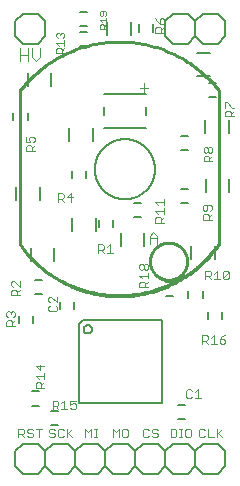
<source format=gto>
G75*
%MOIN*%
%OFA0B0*%
%FSLAX25Y25*%
%IPPOS*%
%LPD*%
%AMOC8*
5,1,8,0,0,1.08239X$1,22.5*
%
%ADD10C,0.00400*%
%ADD11C,0.00300*%
%ADD12C,0.01000*%
%ADD13C,0.00600*%
%ADD14C,0.00800*%
%ADD15C,0.00500*%
%ADD16C,0.00200*%
D10*
X0049068Y0131397D02*
X0049068Y0134133D01*
X0047700Y0132765D02*
X0050436Y0132765D01*
X0014579Y0143081D02*
X0014579Y0145817D01*
X0014579Y0143081D02*
X0013211Y0141713D01*
X0011844Y0143081D01*
X0011844Y0145817D01*
X0010436Y0145817D02*
X0010436Y0141713D01*
X0010436Y0143765D02*
X0007700Y0143765D01*
X0007700Y0141713D02*
X0007700Y0145817D01*
D11*
X0009820Y0116431D02*
X0009820Y0114497D01*
X0011271Y0114497D01*
X0010787Y0115464D01*
X0010787Y0115948D01*
X0011271Y0116431D01*
X0012238Y0116431D01*
X0012722Y0115948D01*
X0012722Y0114980D01*
X0012238Y0114497D01*
X0012722Y0113485D02*
X0011755Y0112517D01*
X0011755Y0113001D02*
X0011755Y0111550D01*
X0012722Y0111550D02*
X0009820Y0111550D01*
X0009820Y0113001D01*
X0010303Y0113485D01*
X0011271Y0113485D01*
X0011755Y0113001D01*
X0020454Y0097558D02*
X0021905Y0097558D01*
X0022389Y0097074D01*
X0022389Y0096106D01*
X0021905Y0095623D01*
X0020454Y0095623D01*
X0020454Y0094655D02*
X0020454Y0097558D01*
X0021421Y0095623D02*
X0022389Y0094655D01*
X0023400Y0096106D02*
X0025335Y0096106D01*
X0024852Y0094655D02*
X0024852Y0097558D01*
X0023400Y0096106D01*
X0033798Y0080517D02*
X0033798Y0077614D01*
X0033798Y0078582D02*
X0035249Y0078582D01*
X0035733Y0079065D01*
X0035733Y0080033D01*
X0035249Y0080517D01*
X0033798Y0080517D01*
X0034765Y0078582D02*
X0035733Y0077614D01*
X0036744Y0077614D02*
X0038679Y0077614D01*
X0037712Y0077614D02*
X0037712Y0080517D01*
X0036744Y0079549D01*
X0047598Y0073508D02*
X0047598Y0072540D01*
X0048081Y0072056D01*
X0048565Y0072056D01*
X0049049Y0072540D01*
X0049049Y0073508D01*
X0049533Y0073991D01*
X0050016Y0073991D01*
X0050500Y0073508D01*
X0050500Y0072540D01*
X0050016Y0072056D01*
X0049533Y0072056D01*
X0049049Y0072540D01*
X0049049Y0073508D02*
X0048565Y0073991D01*
X0048081Y0073991D01*
X0047598Y0073508D01*
X0047598Y0070077D02*
X0050500Y0070077D01*
X0050500Y0069110D02*
X0050500Y0071045D01*
X0050500Y0068098D02*
X0049533Y0067131D01*
X0049533Y0067615D02*
X0049533Y0066163D01*
X0050500Y0066163D02*
X0047598Y0066163D01*
X0047598Y0067615D01*
X0048081Y0068098D01*
X0049049Y0068098D01*
X0049533Y0067615D01*
X0048565Y0069110D02*
X0047598Y0070077D01*
X0050950Y0080763D02*
X0050950Y0083232D01*
X0052184Y0084467D01*
X0053419Y0083232D01*
X0053419Y0080763D01*
X0053419Y0082615D02*
X0050950Y0082615D01*
X0052898Y0087663D02*
X0052898Y0089115D01*
X0053381Y0089598D01*
X0054349Y0089598D01*
X0054833Y0089115D01*
X0054833Y0087663D01*
X0055800Y0087663D02*
X0052898Y0087663D01*
X0054833Y0088631D02*
X0055800Y0089598D01*
X0055800Y0090610D02*
X0055800Y0092545D01*
X0055800Y0091577D02*
X0052898Y0091577D01*
X0053865Y0090610D01*
X0053865Y0093556D02*
X0052898Y0094524D01*
X0055800Y0094524D01*
X0055800Y0095491D02*
X0055800Y0093556D01*
X0068764Y0093164D02*
X0068764Y0092197D01*
X0069247Y0091713D01*
X0069731Y0091713D01*
X0070215Y0092197D01*
X0070215Y0093648D01*
X0071182Y0093648D02*
X0069247Y0093648D01*
X0068764Y0093164D01*
X0069247Y0090702D02*
X0070215Y0090702D01*
X0070699Y0090218D01*
X0070699Y0088767D01*
X0070699Y0089734D02*
X0071666Y0090702D01*
X0071182Y0091713D02*
X0071666Y0092197D01*
X0071666Y0093164D01*
X0071182Y0093648D01*
X0069247Y0090702D02*
X0068764Y0090218D01*
X0068764Y0088767D01*
X0071666Y0088767D01*
X0070978Y0071724D02*
X0069526Y0071724D01*
X0069526Y0068821D01*
X0069526Y0069789D02*
X0070978Y0069789D01*
X0071461Y0070272D01*
X0071461Y0071240D01*
X0070978Y0071724D01*
X0070494Y0069789D02*
X0071461Y0068821D01*
X0072473Y0068821D02*
X0074408Y0068821D01*
X0073440Y0068821D02*
X0073440Y0071724D01*
X0072473Y0070756D01*
X0075419Y0071240D02*
X0075419Y0069305D01*
X0077354Y0071240D01*
X0077354Y0069305D01*
X0076871Y0068821D01*
X0075903Y0068821D01*
X0075419Y0069305D01*
X0075419Y0071240D02*
X0075903Y0071724D01*
X0076871Y0071724D01*
X0077354Y0071240D01*
X0076238Y0050316D02*
X0075271Y0049832D01*
X0074303Y0048865D01*
X0075755Y0048865D01*
X0076238Y0048381D01*
X0076238Y0047897D01*
X0075755Y0047413D01*
X0074787Y0047413D01*
X0074303Y0047897D01*
X0074303Y0048865D01*
X0073292Y0047413D02*
X0071357Y0047413D01*
X0072324Y0047413D02*
X0072324Y0050316D01*
X0071357Y0049348D01*
X0070345Y0048865D02*
X0069862Y0048381D01*
X0068410Y0048381D01*
X0068410Y0047413D02*
X0068410Y0050316D01*
X0069862Y0050316D01*
X0070345Y0049832D01*
X0070345Y0048865D01*
X0069378Y0048381D02*
X0070345Y0047413D01*
X0067064Y0032116D02*
X0066097Y0031148D01*
X0065085Y0031632D02*
X0064601Y0032116D01*
X0063634Y0032116D01*
X0063150Y0031632D01*
X0063150Y0029697D01*
X0063634Y0029213D01*
X0064601Y0029213D01*
X0065085Y0029697D01*
X0066097Y0029213D02*
X0068031Y0029213D01*
X0067064Y0029213D02*
X0067064Y0032116D01*
X0067934Y0019066D02*
X0067450Y0018582D01*
X0067450Y0016647D01*
X0067934Y0016163D01*
X0068901Y0016163D01*
X0069385Y0016647D01*
X0070397Y0016163D02*
X0070397Y0019066D01*
X0069385Y0018582D02*
X0068901Y0019066D01*
X0067934Y0019066D01*
X0070397Y0016163D02*
X0072331Y0016163D01*
X0073343Y0016163D02*
X0073343Y0019066D01*
X0073827Y0017615D02*
X0075278Y0016163D01*
X0073343Y0017131D02*
X0075278Y0019066D01*
X0064796Y0018582D02*
X0064796Y0016647D01*
X0064312Y0016163D01*
X0063345Y0016163D01*
X0062861Y0016647D01*
X0062861Y0018582D01*
X0063345Y0019066D01*
X0064312Y0019066D01*
X0064796Y0018582D01*
X0061864Y0019066D02*
X0060897Y0019066D01*
X0061380Y0019066D02*
X0061380Y0016163D01*
X0060897Y0016163D02*
X0061864Y0016163D01*
X0059885Y0016647D02*
X0059885Y0018582D01*
X0059401Y0019066D01*
X0057950Y0019066D01*
X0057950Y0016163D01*
X0059401Y0016163D01*
X0059885Y0016647D01*
X0053631Y0016647D02*
X0053148Y0016163D01*
X0052180Y0016163D01*
X0051697Y0016647D01*
X0050685Y0016647D02*
X0050201Y0016163D01*
X0049234Y0016163D01*
X0048750Y0016647D01*
X0048750Y0018582D01*
X0049234Y0019066D01*
X0050201Y0019066D01*
X0050685Y0018582D01*
X0051697Y0018582D02*
X0051697Y0018098D01*
X0052180Y0017615D01*
X0053148Y0017615D01*
X0053631Y0017131D01*
X0053631Y0016647D01*
X0053631Y0018582D02*
X0053148Y0019066D01*
X0052180Y0019066D01*
X0051697Y0018582D01*
X0043731Y0018582D02*
X0043731Y0016647D01*
X0043248Y0016163D01*
X0042280Y0016163D01*
X0041797Y0016647D01*
X0041797Y0018582D01*
X0042280Y0019066D01*
X0043248Y0019066D01*
X0043731Y0018582D01*
X0040785Y0019066D02*
X0040785Y0016163D01*
X0039817Y0018098D02*
X0040785Y0019066D01*
X0039817Y0018098D02*
X0038850Y0019066D01*
X0038850Y0016163D01*
X0033464Y0016163D02*
X0032497Y0016163D01*
X0032980Y0016163D02*
X0032980Y0019066D01*
X0032497Y0019066D02*
X0033464Y0019066D01*
X0031485Y0019066D02*
X0031485Y0016163D01*
X0030517Y0018098D02*
X0031485Y0019066D01*
X0030517Y0018098D02*
X0029550Y0019066D01*
X0029550Y0016163D01*
X0025278Y0016163D02*
X0023827Y0017615D01*
X0023343Y0017131D02*
X0025278Y0019066D01*
X0023343Y0019066D02*
X0023343Y0016163D01*
X0022331Y0016647D02*
X0021848Y0016163D01*
X0020880Y0016163D01*
X0020397Y0016647D01*
X0020397Y0018582D01*
X0020880Y0019066D01*
X0021848Y0019066D01*
X0022331Y0018582D01*
X0019385Y0018582D02*
X0018901Y0019066D01*
X0017934Y0019066D01*
X0017450Y0018582D01*
X0017450Y0018098D01*
X0017934Y0017615D01*
X0018901Y0017615D01*
X0019385Y0017131D01*
X0019385Y0016647D01*
X0018901Y0016163D01*
X0017934Y0016163D01*
X0017450Y0016647D01*
X0015078Y0019066D02*
X0013143Y0019066D01*
X0012131Y0018582D02*
X0011648Y0019066D01*
X0010680Y0019066D01*
X0010197Y0018582D01*
X0010197Y0018098D01*
X0010680Y0017615D01*
X0011648Y0017615D01*
X0012131Y0017131D01*
X0012131Y0016647D01*
X0011648Y0016163D01*
X0010680Y0016163D01*
X0010197Y0016647D01*
X0009185Y0016163D02*
X0008217Y0017131D01*
X0008701Y0017131D02*
X0007250Y0017131D01*
X0007250Y0016163D02*
X0007250Y0019066D01*
X0008701Y0019066D01*
X0009185Y0018582D01*
X0009185Y0017615D01*
X0008701Y0017131D01*
X0014111Y0016163D02*
X0014111Y0019066D01*
X0018650Y0025513D02*
X0018650Y0028416D01*
X0020101Y0028416D01*
X0020585Y0027932D01*
X0020585Y0026965D01*
X0020101Y0026481D01*
X0018650Y0026481D01*
X0019617Y0026481D02*
X0020585Y0025513D01*
X0021597Y0025513D02*
X0023531Y0025513D01*
X0022564Y0025513D02*
X0022564Y0028416D01*
X0021597Y0027448D01*
X0024543Y0026965D02*
X0025511Y0027448D01*
X0025994Y0027448D01*
X0026478Y0026965D01*
X0026478Y0025997D01*
X0025994Y0025513D01*
X0025027Y0025513D01*
X0024543Y0025997D01*
X0024543Y0026965D02*
X0024543Y0028416D01*
X0026478Y0028416D01*
X0015900Y0032563D02*
X0012998Y0032563D01*
X0012998Y0034015D01*
X0013481Y0034498D01*
X0014449Y0034498D01*
X0014933Y0034015D01*
X0014933Y0032563D01*
X0014933Y0033531D02*
X0015900Y0034498D01*
X0015900Y0035510D02*
X0015900Y0037445D01*
X0015900Y0036477D02*
X0012998Y0036477D01*
X0013965Y0035510D01*
X0014449Y0038456D02*
X0014449Y0040391D01*
X0012998Y0039908D02*
X0014449Y0038456D01*
X0015900Y0039908D02*
X0012998Y0039908D01*
X0006074Y0053226D02*
X0003172Y0053226D01*
X0003172Y0054677D01*
X0003655Y0055161D01*
X0004623Y0055161D01*
X0005107Y0054677D01*
X0005107Y0053226D01*
X0005107Y0054193D02*
X0006074Y0055161D01*
X0005590Y0056172D02*
X0006074Y0056656D01*
X0006074Y0057623D01*
X0005590Y0058107D01*
X0005107Y0058107D01*
X0004623Y0057623D01*
X0004623Y0057140D01*
X0004623Y0057623D02*
X0004139Y0058107D01*
X0003655Y0058107D01*
X0003172Y0057623D01*
X0003172Y0056656D01*
X0003655Y0056172D01*
X0004824Y0063467D02*
X0004824Y0064918D01*
X0005307Y0065402D01*
X0006275Y0065402D01*
X0006759Y0064918D01*
X0006759Y0063467D01*
X0007726Y0063467D02*
X0004824Y0063467D01*
X0005307Y0066414D02*
X0004824Y0066897D01*
X0004824Y0067865D01*
X0005307Y0068349D01*
X0005791Y0068349D01*
X0007726Y0066414D01*
X0007726Y0068349D01*
X0007726Y0065402D02*
X0006759Y0064435D01*
X0017198Y0062561D02*
X0017198Y0061594D01*
X0017681Y0061110D01*
X0017681Y0060098D02*
X0017198Y0059615D01*
X0017198Y0058647D01*
X0017681Y0058163D01*
X0019616Y0058163D01*
X0020100Y0058647D01*
X0020100Y0059615D01*
X0019616Y0060098D01*
X0020100Y0061110D02*
X0018165Y0063045D01*
X0017681Y0063045D01*
X0017198Y0062561D01*
X0020100Y0063045D02*
X0020100Y0061110D01*
X0052879Y0150984D02*
X0052879Y0152435D01*
X0053363Y0152919D01*
X0054331Y0152919D01*
X0054814Y0152435D01*
X0054814Y0150984D01*
X0054814Y0151951D02*
X0055782Y0152919D01*
X0055298Y0153930D02*
X0055782Y0154414D01*
X0055782Y0155381D01*
X0055298Y0155865D01*
X0054814Y0155865D01*
X0054331Y0155381D01*
X0054331Y0153930D01*
X0055298Y0153930D01*
X0054331Y0153930D02*
X0053363Y0154898D01*
X0052879Y0155865D01*
X0052879Y0150984D02*
X0055782Y0150984D01*
X0069447Y0113007D02*
X0068964Y0112523D01*
X0068964Y0111556D01*
X0069447Y0111072D01*
X0069931Y0111072D01*
X0070415Y0111556D01*
X0070415Y0112523D01*
X0070899Y0113007D01*
X0071382Y0113007D01*
X0071866Y0112523D01*
X0071866Y0111556D01*
X0071382Y0111072D01*
X0070899Y0111072D01*
X0070415Y0111556D01*
X0070415Y0112523D02*
X0069931Y0113007D01*
X0069447Y0113007D01*
X0069447Y0110061D02*
X0070415Y0110061D01*
X0070899Y0109577D01*
X0070899Y0108126D01*
X0070899Y0109093D02*
X0071866Y0110061D01*
X0071866Y0108126D02*
X0068964Y0108126D01*
X0068964Y0109577D01*
X0069447Y0110061D01*
X0076156Y0123126D02*
X0076156Y0124577D01*
X0076640Y0125061D01*
X0077607Y0125061D01*
X0078091Y0124577D01*
X0078091Y0123126D01*
X0078091Y0124094D02*
X0079058Y0125061D01*
X0079058Y0126073D02*
X0078575Y0126073D01*
X0076640Y0128008D01*
X0076156Y0128008D01*
X0076156Y0126073D01*
X0076156Y0123126D02*
X0079058Y0123126D01*
D12*
X0073995Y0131807D02*
X0073995Y0080557D01*
X0051100Y0074813D02*
X0051102Y0074970D01*
X0051108Y0075127D01*
X0051118Y0075284D01*
X0051132Y0075440D01*
X0051150Y0075596D01*
X0051171Y0075752D01*
X0051197Y0075907D01*
X0051227Y0076061D01*
X0051260Y0076214D01*
X0051298Y0076367D01*
X0051339Y0076519D01*
X0051384Y0076669D01*
X0051433Y0076818D01*
X0051486Y0076966D01*
X0051542Y0077113D01*
X0051602Y0077258D01*
X0051666Y0077402D01*
X0051734Y0077543D01*
X0051805Y0077684D01*
X0051879Y0077822D01*
X0051957Y0077958D01*
X0052038Y0078093D01*
X0052123Y0078225D01*
X0052211Y0078355D01*
X0052303Y0078483D01*
X0052397Y0078608D01*
X0052495Y0078731D01*
X0052596Y0078852D01*
X0052700Y0078969D01*
X0052806Y0079085D01*
X0052916Y0079197D01*
X0053028Y0079307D01*
X0053144Y0079413D01*
X0053261Y0079517D01*
X0053382Y0079618D01*
X0053505Y0079716D01*
X0053630Y0079810D01*
X0053758Y0079902D01*
X0053888Y0079990D01*
X0054020Y0080075D01*
X0054155Y0080156D01*
X0054291Y0080234D01*
X0054429Y0080308D01*
X0054570Y0080379D01*
X0054711Y0080447D01*
X0054855Y0080511D01*
X0055000Y0080571D01*
X0055147Y0080627D01*
X0055295Y0080680D01*
X0055444Y0080729D01*
X0055594Y0080774D01*
X0055746Y0080815D01*
X0055899Y0080853D01*
X0056052Y0080886D01*
X0056206Y0080916D01*
X0056361Y0080942D01*
X0056517Y0080963D01*
X0056673Y0080981D01*
X0056829Y0080995D01*
X0056986Y0081005D01*
X0057143Y0081011D01*
X0057300Y0081013D01*
X0057457Y0081011D01*
X0057614Y0081005D01*
X0057771Y0080995D01*
X0057927Y0080981D01*
X0058083Y0080963D01*
X0058239Y0080942D01*
X0058394Y0080916D01*
X0058548Y0080886D01*
X0058701Y0080853D01*
X0058854Y0080815D01*
X0059006Y0080774D01*
X0059156Y0080729D01*
X0059305Y0080680D01*
X0059453Y0080627D01*
X0059600Y0080571D01*
X0059745Y0080511D01*
X0059889Y0080447D01*
X0060030Y0080379D01*
X0060171Y0080308D01*
X0060309Y0080234D01*
X0060445Y0080156D01*
X0060580Y0080075D01*
X0060712Y0079990D01*
X0060842Y0079902D01*
X0060970Y0079810D01*
X0061095Y0079716D01*
X0061218Y0079618D01*
X0061339Y0079517D01*
X0061456Y0079413D01*
X0061572Y0079307D01*
X0061684Y0079197D01*
X0061794Y0079085D01*
X0061900Y0078969D01*
X0062004Y0078852D01*
X0062105Y0078731D01*
X0062203Y0078608D01*
X0062297Y0078483D01*
X0062389Y0078355D01*
X0062477Y0078225D01*
X0062562Y0078093D01*
X0062643Y0077958D01*
X0062721Y0077822D01*
X0062795Y0077684D01*
X0062866Y0077543D01*
X0062934Y0077402D01*
X0062998Y0077258D01*
X0063058Y0077113D01*
X0063114Y0076966D01*
X0063167Y0076818D01*
X0063216Y0076669D01*
X0063261Y0076519D01*
X0063302Y0076367D01*
X0063340Y0076214D01*
X0063373Y0076061D01*
X0063403Y0075907D01*
X0063429Y0075752D01*
X0063450Y0075596D01*
X0063468Y0075440D01*
X0063482Y0075284D01*
X0063492Y0075127D01*
X0063498Y0074970D01*
X0063500Y0074813D01*
X0063498Y0074656D01*
X0063492Y0074499D01*
X0063482Y0074342D01*
X0063468Y0074186D01*
X0063450Y0074030D01*
X0063429Y0073874D01*
X0063403Y0073719D01*
X0063373Y0073565D01*
X0063340Y0073412D01*
X0063302Y0073259D01*
X0063261Y0073107D01*
X0063216Y0072957D01*
X0063167Y0072808D01*
X0063114Y0072660D01*
X0063058Y0072513D01*
X0062998Y0072368D01*
X0062934Y0072224D01*
X0062866Y0072083D01*
X0062795Y0071942D01*
X0062721Y0071804D01*
X0062643Y0071668D01*
X0062562Y0071533D01*
X0062477Y0071401D01*
X0062389Y0071271D01*
X0062297Y0071143D01*
X0062203Y0071018D01*
X0062105Y0070895D01*
X0062004Y0070774D01*
X0061900Y0070657D01*
X0061794Y0070541D01*
X0061684Y0070429D01*
X0061572Y0070319D01*
X0061456Y0070213D01*
X0061339Y0070109D01*
X0061218Y0070008D01*
X0061095Y0069910D01*
X0060970Y0069816D01*
X0060842Y0069724D01*
X0060712Y0069636D01*
X0060580Y0069551D01*
X0060445Y0069470D01*
X0060309Y0069392D01*
X0060171Y0069318D01*
X0060030Y0069247D01*
X0059889Y0069179D01*
X0059745Y0069115D01*
X0059600Y0069055D01*
X0059453Y0068999D01*
X0059305Y0068946D01*
X0059156Y0068897D01*
X0059006Y0068852D01*
X0058854Y0068811D01*
X0058701Y0068773D01*
X0058548Y0068740D01*
X0058394Y0068710D01*
X0058239Y0068684D01*
X0058083Y0068663D01*
X0057927Y0068645D01*
X0057771Y0068631D01*
X0057614Y0068621D01*
X0057457Y0068615D01*
X0057300Y0068613D01*
X0057143Y0068615D01*
X0056986Y0068621D01*
X0056829Y0068631D01*
X0056673Y0068645D01*
X0056517Y0068663D01*
X0056361Y0068684D01*
X0056206Y0068710D01*
X0056052Y0068740D01*
X0055899Y0068773D01*
X0055746Y0068811D01*
X0055594Y0068852D01*
X0055444Y0068897D01*
X0055295Y0068946D01*
X0055147Y0068999D01*
X0055000Y0069055D01*
X0054855Y0069115D01*
X0054711Y0069179D01*
X0054570Y0069247D01*
X0054429Y0069318D01*
X0054291Y0069392D01*
X0054155Y0069470D01*
X0054020Y0069551D01*
X0053888Y0069636D01*
X0053758Y0069724D01*
X0053630Y0069816D01*
X0053505Y0069910D01*
X0053382Y0070008D01*
X0053261Y0070109D01*
X0053144Y0070213D01*
X0053028Y0070319D01*
X0052916Y0070429D01*
X0052806Y0070541D01*
X0052700Y0070657D01*
X0052596Y0070774D01*
X0052495Y0070895D01*
X0052397Y0071018D01*
X0052303Y0071143D01*
X0052211Y0071271D01*
X0052123Y0071401D01*
X0052038Y0071533D01*
X0051957Y0071668D01*
X0051879Y0071804D01*
X0051805Y0071942D01*
X0051734Y0072083D01*
X0051666Y0072224D01*
X0051602Y0072368D01*
X0051542Y0072513D01*
X0051486Y0072660D01*
X0051433Y0072808D01*
X0051384Y0072957D01*
X0051339Y0073107D01*
X0051298Y0073259D01*
X0051260Y0073412D01*
X0051227Y0073565D01*
X0051197Y0073719D01*
X0051171Y0073874D01*
X0051150Y0074030D01*
X0051132Y0074186D01*
X0051118Y0074342D01*
X0051108Y0074499D01*
X0051102Y0074656D01*
X0051100Y0074813D01*
X0073995Y0080557D02*
X0073426Y0079752D01*
X0072838Y0078962D01*
X0072230Y0078186D01*
X0071604Y0077425D01*
X0070959Y0076680D01*
X0070296Y0075951D01*
X0069616Y0075238D01*
X0068918Y0074543D01*
X0068203Y0073864D01*
X0067473Y0073204D01*
X0066726Y0072561D01*
X0065963Y0071937D01*
X0065186Y0071332D01*
X0064394Y0070746D01*
X0063587Y0070179D01*
X0062767Y0069633D01*
X0061934Y0069106D01*
X0061089Y0068601D01*
X0060231Y0068116D01*
X0059362Y0067652D01*
X0058481Y0067210D01*
X0057590Y0066789D01*
X0056689Y0066391D01*
X0055778Y0066014D01*
X0054859Y0065660D01*
X0053931Y0065329D01*
X0052995Y0065020D01*
X0052052Y0064735D01*
X0051102Y0064472D01*
X0050147Y0064233D01*
X0049185Y0064018D01*
X0048219Y0063826D01*
X0047248Y0063658D01*
X0046273Y0063514D01*
X0045295Y0063393D01*
X0044314Y0063297D01*
X0043332Y0063224D01*
X0042348Y0063176D01*
X0041363Y0063152D01*
X0040377Y0063152D01*
X0039392Y0063176D01*
X0038408Y0063224D01*
X0037426Y0063297D01*
X0036445Y0063393D01*
X0035467Y0063514D01*
X0034492Y0063658D01*
X0033521Y0063826D01*
X0032555Y0064018D01*
X0031593Y0064233D01*
X0030638Y0064472D01*
X0029688Y0064735D01*
X0028745Y0065020D01*
X0027809Y0065329D01*
X0026881Y0065660D01*
X0025962Y0066014D01*
X0025051Y0066391D01*
X0024150Y0066789D01*
X0023259Y0067210D01*
X0022378Y0067652D01*
X0021509Y0068116D01*
X0020651Y0068601D01*
X0019806Y0069106D01*
X0018973Y0069633D01*
X0018153Y0070179D01*
X0017346Y0070746D01*
X0016554Y0071332D01*
X0015777Y0071937D01*
X0015014Y0072561D01*
X0014267Y0073204D01*
X0013537Y0073864D01*
X0012822Y0074543D01*
X0012124Y0075238D01*
X0011444Y0075951D01*
X0010781Y0076680D01*
X0010136Y0077425D01*
X0009510Y0078186D01*
X0008902Y0078962D01*
X0008314Y0079752D01*
X0007745Y0080557D01*
X0007745Y0131807D01*
X0007745Y0131806D02*
X0008379Y0132604D01*
X0009032Y0133385D01*
X0009704Y0134150D01*
X0010394Y0134899D01*
X0011102Y0135631D01*
X0011828Y0136345D01*
X0012571Y0137042D01*
X0013331Y0137720D01*
X0014107Y0138380D01*
X0014899Y0139021D01*
X0015706Y0139642D01*
X0016528Y0140243D01*
X0017364Y0140824D01*
X0018214Y0141385D01*
X0019078Y0141925D01*
X0019954Y0142444D01*
X0020843Y0142941D01*
X0021744Y0143417D01*
X0022656Y0143870D01*
X0023578Y0144302D01*
X0024511Y0144711D01*
X0025454Y0145097D01*
X0026405Y0145460D01*
X0027365Y0145799D01*
X0028334Y0146116D01*
X0029309Y0146408D01*
X0030291Y0146677D01*
X0031280Y0146922D01*
X0032274Y0147143D01*
X0033273Y0147340D01*
X0034277Y0147512D01*
X0035285Y0147660D01*
X0036296Y0147784D01*
X0037310Y0147883D01*
X0038325Y0147957D01*
X0039343Y0148006D01*
X0040361Y0148031D01*
X0041379Y0148031D01*
X0042397Y0148006D01*
X0043415Y0147957D01*
X0044430Y0147883D01*
X0045444Y0147784D01*
X0046455Y0147660D01*
X0047463Y0147512D01*
X0048467Y0147340D01*
X0049466Y0147143D01*
X0050460Y0146922D01*
X0051449Y0146677D01*
X0052431Y0146408D01*
X0053406Y0146116D01*
X0054375Y0145799D01*
X0055335Y0145460D01*
X0056286Y0145097D01*
X0057229Y0144711D01*
X0058162Y0144302D01*
X0059084Y0143870D01*
X0059996Y0143417D01*
X0060897Y0142941D01*
X0061786Y0142444D01*
X0062662Y0141925D01*
X0063526Y0141385D01*
X0064376Y0140824D01*
X0065212Y0140243D01*
X0066034Y0139642D01*
X0066841Y0139021D01*
X0067633Y0138380D01*
X0068409Y0137720D01*
X0069169Y0137042D01*
X0069912Y0136345D01*
X0070638Y0135631D01*
X0071346Y0134899D01*
X0072036Y0134150D01*
X0072708Y0133385D01*
X0073361Y0132604D01*
X0073995Y0131806D01*
D13*
X0006170Y0011600D02*
X0006170Y0006600D01*
X0008670Y0004100D01*
X0013670Y0004100D01*
X0016170Y0006600D01*
X0018670Y0004100D01*
X0023670Y0004100D01*
X0026170Y0006600D01*
X0026170Y0011600D01*
X0023670Y0014100D01*
X0018670Y0014100D01*
X0016170Y0011600D01*
X0016170Y0006600D01*
X0016170Y0011600D02*
X0013670Y0014100D01*
X0008670Y0014100D01*
X0006170Y0011600D01*
X0011819Y0026751D02*
X0014181Y0026751D01*
X0014181Y0031476D02*
X0011819Y0031476D01*
X0018219Y0024876D02*
X0020581Y0024876D01*
X0020581Y0020151D02*
X0018219Y0020151D01*
X0026170Y0011600D02*
X0028670Y0014100D01*
X0033670Y0014100D01*
X0036170Y0011600D01*
X0038670Y0014100D01*
X0043670Y0014100D01*
X0046170Y0011600D01*
X0048670Y0014100D01*
X0053670Y0014100D01*
X0056170Y0011600D01*
X0056170Y0006600D01*
X0053670Y0004100D01*
X0048670Y0004100D01*
X0046170Y0006600D01*
X0043670Y0004100D01*
X0038670Y0004100D01*
X0036170Y0006600D01*
X0033670Y0004100D01*
X0028670Y0004100D01*
X0026170Y0006600D01*
X0036170Y0006600D02*
X0036170Y0011600D01*
X0027371Y0027584D02*
X0027371Y0053785D01*
X0028769Y0055183D01*
X0054969Y0055183D01*
X0054969Y0027584D01*
X0027371Y0027584D01*
X0028956Y0052183D02*
X0028958Y0052258D01*
X0028964Y0052332D01*
X0028974Y0052406D01*
X0028987Y0052479D01*
X0029005Y0052552D01*
X0029026Y0052623D01*
X0029051Y0052694D01*
X0029080Y0052763D01*
X0029113Y0052830D01*
X0029149Y0052895D01*
X0029188Y0052959D01*
X0029230Y0053020D01*
X0029276Y0053079D01*
X0029325Y0053136D01*
X0029377Y0053189D01*
X0029431Y0053240D01*
X0029488Y0053289D01*
X0029548Y0053333D01*
X0029610Y0053375D01*
X0029674Y0053414D01*
X0029740Y0053449D01*
X0029807Y0053480D01*
X0029877Y0053508D01*
X0029947Y0053532D01*
X0030019Y0053553D01*
X0030092Y0053569D01*
X0030165Y0053582D01*
X0030240Y0053591D01*
X0030314Y0053596D01*
X0030389Y0053597D01*
X0030463Y0053594D01*
X0030538Y0053587D01*
X0030611Y0053576D01*
X0030685Y0053562D01*
X0030757Y0053543D01*
X0030828Y0053521D01*
X0030898Y0053495D01*
X0030967Y0053465D01*
X0031033Y0053432D01*
X0031098Y0053395D01*
X0031161Y0053355D01*
X0031222Y0053311D01*
X0031280Y0053265D01*
X0031336Y0053215D01*
X0031389Y0053163D01*
X0031440Y0053108D01*
X0031487Y0053050D01*
X0031531Y0052990D01*
X0031572Y0052927D01*
X0031610Y0052863D01*
X0031644Y0052797D01*
X0031675Y0052728D01*
X0031702Y0052659D01*
X0031725Y0052588D01*
X0031744Y0052516D01*
X0031760Y0052443D01*
X0031772Y0052369D01*
X0031780Y0052295D01*
X0031784Y0052220D01*
X0031784Y0052146D01*
X0031780Y0052071D01*
X0031772Y0051997D01*
X0031760Y0051923D01*
X0031744Y0051850D01*
X0031725Y0051778D01*
X0031702Y0051707D01*
X0031675Y0051638D01*
X0031644Y0051569D01*
X0031610Y0051503D01*
X0031572Y0051439D01*
X0031531Y0051376D01*
X0031487Y0051316D01*
X0031440Y0051258D01*
X0031389Y0051203D01*
X0031336Y0051151D01*
X0031280Y0051101D01*
X0031222Y0051055D01*
X0031161Y0051011D01*
X0031098Y0050971D01*
X0031033Y0050934D01*
X0030967Y0050901D01*
X0030898Y0050871D01*
X0030828Y0050845D01*
X0030757Y0050823D01*
X0030685Y0050804D01*
X0030611Y0050790D01*
X0030538Y0050779D01*
X0030463Y0050772D01*
X0030389Y0050769D01*
X0030314Y0050770D01*
X0030240Y0050775D01*
X0030165Y0050784D01*
X0030092Y0050797D01*
X0030019Y0050813D01*
X0029947Y0050834D01*
X0029877Y0050858D01*
X0029807Y0050886D01*
X0029740Y0050917D01*
X0029674Y0050952D01*
X0029610Y0050991D01*
X0029548Y0051033D01*
X0029488Y0051077D01*
X0029431Y0051126D01*
X0029377Y0051177D01*
X0029325Y0051230D01*
X0029276Y0051287D01*
X0029230Y0051346D01*
X0029188Y0051407D01*
X0029149Y0051471D01*
X0029113Y0051536D01*
X0029080Y0051603D01*
X0029051Y0051672D01*
X0029026Y0051743D01*
X0029005Y0051814D01*
X0028987Y0051887D01*
X0028974Y0051960D01*
X0028964Y0052034D01*
X0028958Y0052108D01*
X0028956Y0052183D01*
X0025862Y0058932D02*
X0025862Y0061294D01*
X0021138Y0061294D02*
X0021138Y0058932D01*
X0015078Y0063825D02*
X0012716Y0063825D01*
X0012716Y0068550D02*
X0015078Y0068550D01*
X0012136Y0056557D02*
X0012136Y0054194D01*
X0007412Y0054194D02*
X0007412Y0056557D01*
X0025196Y0102636D02*
X0025196Y0104998D01*
X0029920Y0104998D02*
X0029920Y0102636D01*
X0034154Y0088587D02*
X0034154Y0086224D01*
X0038879Y0086224D02*
X0038879Y0088587D01*
X0045819Y0089651D02*
X0048181Y0089651D01*
X0048181Y0094376D02*
X0045819Y0094376D01*
X0056319Y0067876D02*
X0058681Y0067876D01*
X0058681Y0063151D02*
X0056319Y0063151D01*
X0063930Y0062709D02*
X0063930Y0065071D01*
X0068654Y0065071D02*
X0068654Y0062709D01*
X0070438Y0057994D02*
X0070438Y0055632D01*
X0075162Y0055632D02*
X0075162Y0057994D01*
X0062881Y0027076D02*
X0060519Y0027076D01*
X0060519Y0022351D02*
X0062881Y0022351D01*
X0063670Y0014100D02*
X0058670Y0014100D01*
X0056170Y0011600D01*
X0056170Y0006600D02*
X0058670Y0004100D01*
X0063670Y0004100D01*
X0066170Y0006600D01*
X0068670Y0004100D01*
X0073670Y0004100D01*
X0076170Y0006600D01*
X0076170Y0011600D01*
X0073670Y0014100D01*
X0068670Y0014100D01*
X0066170Y0011600D01*
X0066170Y0006600D01*
X0066170Y0011600D02*
X0063670Y0014100D01*
X0046170Y0011600D02*
X0046170Y0006600D01*
X0061422Y0094285D02*
X0063784Y0094285D01*
X0063784Y0099009D02*
X0061422Y0099009D01*
X0061481Y0111785D02*
X0063843Y0111785D01*
X0063843Y0116509D02*
X0061481Y0116509D01*
X0070863Y0129509D02*
X0073225Y0129509D01*
X0073225Y0134234D02*
X0070863Y0134234D01*
X0068670Y0147407D02*
X0073670Y0147407D01*
X0076170Y0149907D01*
X0076170Y0154907D01*
X0073670Y0157407D01*
X0068670Y0157407D01*
X0066170Y0154907D01*
X0066170Y0149907D01*
X0068670Y0147407D01*
X0066170Y0149907D02*
X0063670Y0147407D01*
X0058670Y0147407D01*
X0056170Y0149907D01*
X0056170Y0154907D01*
X0058670Y0157407D01*
X0063670Y0157407D01*
X0066170Y0154907D01*
X0052280Y0153781D02*
X0052280Y0151419D01*
X0047556Y0151419D02*
X0047556Y0153781D01*
X0029981Y0153151D02*
X0027619Y0153151D01*
X0027619Y0151376D02*
X0029981Y0151376D01*
X0029981Y0146651D02*
X0027619Y0146651D01*
X0027619Y0157876D02*
X0029981Y0157876D01*
X0016170Y0154907D02*
X0016170Y0149907D01*
X0013670Y0147407D01*
X0008670Y0147407D01*
X0006170Y0149907D01*
X0006170Y0154907D01*
X0008670Y0157407D01*
X0013670Y0157407D01*
X0016170Y0154907D01*
X0010284Y0124281D02*
X0010284Y0121919D01*
X0005560Y0121919D02*
X0005560Y0124281D01*
D14*
X0010363Y0133348D02*
X0010363Y0137679D01*
X0018237Y0137679D02*
X0018237Y0133348D01*
X0024178Y0119179D02*
X0024178Y0114848D01*
X0032052Y0114848D02*
X0032052Y0119179D01*
X0033020Y0089376D02*
X0033020Y0085045D01*
X0025146Y0085045D02*
X0025146Y0089376D01*
X0019211Y0079361D02*
X0019211Y0075031D01*
X0011337Y0075031D02*
X0011337Y0079361D01*
X0014464Y0095191D02*
X0014464Y0099521D01*
X0006590Y0099521D02*
X0006590Y0095191D01*
X0036863Y0150348D02*
X0036863Y0154679D01*
X0044737Y0154679D02*
X0044737Y0150348D01*
X0066635Y0144395D02*
X0070965Y0144395D01*
X0070965Y0136521D02*
X0066635Y0136521D01*
X0069536Y0121781D02*
X0069536Y0117450D01*
X0069729Y0102261D02*
X0069729Y0097931D01*
X0077603Y0097931D02*
X0077603Y0102261D01*
X0077410Y0117450D02*
X0077410Y0121781D01*
X0072761Y0079982D02*
X0072761Y0075651D01*
X0064887Y0075651D02*
X0064887Y0079982D01*
X0049237Y0080048D02*
X0049237Y0084379D01*
X0041363Y0084379D02*
X0041363Y0080048D01*
D15*
X0073995Y0080557D02*
X0073408Y0079756D01*
X0072802Y0078971D01*
X0072178Y0078200D01*
X0071534Y0077445D01*
X0070873Y0076705D01*
X0070193Y0075982D01*
X0069497Y0075276D01*
X0068783Y0074587D01*
X0068052Y0073916D01*
X0067306Y0073262D01*
X0066544Y0072627D01*
X0065766Y0072011D01*
X0064974Y0071414D01*
X0064167Y0070836D01*
X0063347Y0070278D01*
X0062513Y0069740D01*
X0061666Y0069223D01*
X0060807Y0068727D01*
X0059937Y0068251D01*
X0059054Y0067797D01*
X0058161Y0067365D01*
X0057258Y0066955D01*
X0056345Y0066566D01*
X0055423Y0066200D01*
X0054492Y0065857D01*
X0053553Y0065536D01*
X0052607Y0065239D01*
X0051653Y0064964D01*
X0050694Y0064713D01*
X0049728Y0064485D01*
X0048757Y0064281D01*
X0047781Y0064101D01*
X0046802Y0063944D01*
X0045818Y0063812D01*
X0044832Y0063703D01*
X0043844Y0063619D01*
X0042854Y0063558D01*
X0041862Y0063522D01*
X0040870Y0063510D01*
X0039878Y0063522D01*
X0038886Y0063558D01*
X0037896Y0063619D01*
X0036908Y0063703D01*
X0035922Y0063812D01*
X0034938Y0063944D01*
X0033959Y0064101D01*
X0032983Y0064281D01*
X0032012Y0064485D01*
X0031046Y0064713D01*
X0030087Y0064964D01*
X0029133Y0065239D01*
X0028187Y0065536D01*
X0027248Y0065857D01*
X0026317Y0066200D01*
X0025395Y0066566D01*
X0024482Y0066955D01*
X0023579Y0067365D01*
X0022686Y0067797D01*
X0021803Y0068251D01*
X0020933Y0068727D01*
X0020074Y0069223D01*
X0019227Y0069740D01*
X0018393Y0070278D01*
X0017573Y0070836D01*
X0016766Y0071414D01*
X0015974Y0072011D01*
X0015196Y0072627D01*
X0014434Y0073262D01*
X0013688Y0073916D01*
X0012957Y0074587D01*
X0012243Y0075276D01*
X0011547Y0075982D01*
X0010867Y0076705D01*
X0010206Y0077445D01*
X0009562Y0078200D01*
X0008938Y0078971D01*
X0008332Y0079756D01*
X0007745Y0080557D01*
X0035855Y0119427D02*
X0049635Y0119427D01*
X0049635Y0123757D02*
X0049635Y0126120D01*
X0049635Y0130450D02*
X0035855Y0130450D01*
X0035855Y0126120D02*
X0035855Y0123757D01*
X0007745Y0131807D02*
X0008391Y0132610D01*
X0009057Y0133396D01*
X0009741Y0134166D01*
X0010445Y0134919D01*
X0011166Y0135654D01*
X0011905Y0136371D01*
X0012662Y0137071D01*
X0013436Y0137751D01*
X0014226Y0138412D01*
X0015031Y0139054D01*
X0015853Y0139676D01*
X0016689Y0140278D01*
X0017540Y0140859D01*
X0018404Y0141419D01*
X0019282Y0141958D01*
X0020174Y0142475D01*
X0021077Y0142970D01*
X0021992Y0143443D01*
X0022919Y0143893D01*
X0023856Y0144321D01*
X0024803Y0144726D01*
X0025761Y0145107D01*
X0026727Y0145465D01*
X0027701Y0145799D01*
X0028684Y0146109D01*
X0029673Y0146395D01*
X0030670Y0146656D01*
X0031672Y0146894D01*
X0032680Y0147106D01*
X0033693Y0147294D01*
X0034711Y0147457D01*
X0035732Y0147595D01*
X0036756Y0147709D01*
X0037782Y0147797D01*
X0038810Y0147860D01*
X0039840Y0147897D01*
X0040870Y0147910D01*
X0041900Y0147897D01*
X0042930Y0147860D01*
X0043958Y0147797D01*
X0044984Y0147709D01*
X0046008Y0147595D01*
X0047029Y0147457D01*
X0048047Y0147294D01*
X0049060Y0147106D01*
X0050068Y0146894D01*
X0051070Y0146656D01*
X0052067Y0146395D01*
X0053056Y0146109D01*
X0054039Y0145799D01*
X0055013Y0145465D01*
X0055979Y0145107D01*
X0056937Y0144726D01*
X0057884Y0144321D01*
X0058821Y0143893D01*
X0059748Y0143443D01*
X0060663Y0142970D01*
X0061566Y0142475D01*
X0062458Y0141958D01*
X0063336Y0141419D01*
X0064200Y0140859D01*
X0065051Y0140278D01*
X0065887Y0139676D01*
X0066709Y0139054D01*
X0067514Y0138412D01*
X0068304Y0137751D01*
X0069078Y0137071D01*
X0069835Y0136371D01*
X0070574Y0135654D01*
X0071295Y0134919D01*
X0071999Y0134166D01*
X0072683Y0133396D01*
X0073349Y0132610D01*
X0073995Y0131807D01*
X0032745Y0105557D02*
X0032748Y0105802D01*
X0032757Y0106048D01*
X0032772Y0106293D01*
X0032793Y0106537D01*
X0032820Y0106781D01*
X0032853Y0107024D01*
X0032892Y0107267D01*
X0032937Y0107508D01*
X0032988Y0107748D01*
X0033045Y0107987D01*
X0033107Y0108224D01*
X0033176Y0108460D01*
X0033250Y0108694D01*
X0033330Y0108926D01*
X0033415Y0109156D01*
X0033506Y0109384D01*
X0033603Y0109609D01*
X0033705Y0109833D01*
X0033813Y0110053D01*
X0033926Y0110271D01*
X0034044Y0110486D01*
X0034168Y0110698D01*
X0034296Y0110907D01*
X0034430Y0111113D01*
X0034569Y0111315D01*
X0034713Y0111514D01*
X0034862Y0111709D01*
X0035015Y0111901D01*
X0035173Y0112089D01*
X0035335Y0112273D01*
X0035503Y0112452D01*
X0035674Y0112628D01*
X0035850Y0112799D01*
X0036029Y0112967D01*
X0036213Y0113129D01*
X0036401Y0113287D01*
X0036593Y0113440D01*
X0036788Y0113589D01*
X0036987Y0113733D01*
X0037189Y0113872D01*
X0037395Y0114006D01*
X0037604Y0114134D01*
X0037816Y0114258D01*
X0038031Y0114376D01*
X0038249Y0114489D01*
X0038469Y0114597D01*
X0038693Y0114699D01*
X0038918Y0114796D01*
X0039146Y0114887D01*
X0039376Y0114972D01*
X0039608Y0115052D01*
X0039842Y0115126D01*
X0040078Y0115195D01*
X0040315Y0115257D01*
X0040554Y0115314D01*
X0040794Y0115365D01*
X0041035Y0115410D01*
X0041278Y0115449D01*
X0041521Y0115482D01*
X0041765Y0115509D01*
X0042009Y0115530D01*
X0042254Y0115545D01*
X0042500Y0115554D01*
X0042745Y0115557D01*
X0042990Y0115554D01*
X0043236Y0115545D01*
X0043481Y0115530D01*
X0043725Y0115509D01*
X0043969Y0115482D01*
X0044212Y0115449D01*
X0044455Y0115410D01*
X0044696Y0115365D01*
X0044936Y0115314D01*
X0045175Y0115257D01*
X0045412Y0115195D01*
X0045648Y0115126D01*
X0045882Y0115052D01*
X0046114Y0114972D01*
X0046344Y0114887D01*
X0046572Y0114796D01*
X0046797Y0114699D01*
X0047021Y0114597D01*
X0047241Y0114489D01*
X0047459Y0114376D01*
X0047674Y0114258D01*
X0047886Y0114134D01*
X0048095Y0114006D01*
X0048301Y0113872D01*
X0048503Y0113733D01*
X0048702Y0113589D01*
X0048897Y0113440D01*
X0049089Y0113287D01*
X0049277Y0113129D01*
X0049461Y0112967D01*
X0049640Y0112799D01*
X0049816Y0112628D01*
X0049987Y0112452D01*
X0050155Y0112273D01*
X0050317Y0112089D01*
X0050475Y0111901D01*
X0050628Y0111709D01*
X0050777Y0111514D01*
X0050921Y0111315D01*
X0051060Y0111113D01*
X0051194Y0110907D01*
X0051322Y0110698D01*
X0051446Y0110486D01*
X0051564Y0110271D01*
X0051677Y0110053D01*
X0051785Y0109833D01*
X0051887Y0109609D01*
X0051984Y0109384D01*
X0052075Y0109156D01*
X0052160Y0108926D01*
X0052240Y0108694D01*
X0052314Y0108460D01*
X0052383Y0108224D01*
X0052445Y0107987D01*
X0052502Y0107748D01*
X0052553Y0107508D01*
X0052598Y0107267D01*
X0052637Y0107024D01*
X0052670Y0106781D01*
X0052697Y0106537D01*
X0052718Y0106293D01*
X0052733Y0106048D01*
X0052742Y0105802D01*
X0052745Y0105557D01*
X0052742Y0105312D01*
X0052733Y0105066D01*
X0052718Y0104821D01*
X0052697Y0104577D01*
X0052670Y0104333D01*
X0052637Y0104090D01*
X0052598Y0103847D01*
X0052553Y0103606D01*
X0052502Y0103366D01*
X0052445Y0103127D01*
X0052383Y0102890D01*
X0052314Y0102654D01*
X0052240Y0102420D01*
X0052160Y0102188D01*
X0052075Y0101958D01*
X0051984Y0101730D01*
X0051887Y0101505D01*
X0051785Y0101281D01*
X0051677Y0101061D01*
X0051564Y0100843D01*
X0051446Y0100628D01*
X0051322Y0100416D01*
X0051194Y0100207D01*
X0051060Y0100001D01*
X0050921Y0099799D01*
X0050777Y0099600D01*
X0050628Y0099405D01*
X0050475Y0099213D01*
X0050317Y0099025D01*
X0050155Y0098841D01*
X0049987Y0098662D01*
X0049816Y0098486D01*
X0049640Y0098315D01*
X0049461Y0098147D01*
X0049277Y0097985D01*
X0049089Y0097827D01*
X0048897Y0097674D01*
X0048702Y0097525D01*
X0048503Y0097381D01*
X0048301Y0097242D01*
X0048095Y0097108D01*
X0047886Y0096980D01*
X0047674Y0096856D01*
X0047459Y0096738D01*
X0047241Y0096625D01*
X0047021Y0096517D01*
X0046797Y0096415D01*
X0046572Y0096318D01*
X0046344Y0096227D01*
X0046114Y0096142D01*
X0045882Y0096062D01*
X0045648Y0095988D01*
X0045412Y0095919D01*
X0045175Y0095857D01*
X0044936Y0095800D01*
X0044696Y0095749D01*
X0044455Y0095704D01*
X0044212Y0095665D01*
X0043969Y0095632D01*
X0043725Y0095605D01*
X0043481Y0095584D01*
X0043236Y0095569D01*
X0042990Y0095560D01*
X0042745Y0095557D01*
X0042500Y0095560D01*
X0042254Y0095569D01*
X0042009Y0095584D01*
X0041765Y0095605D01*
X0041521Y0095632D01*
X0041278Y0095665D01*
X0041035Y0095704D01*
X0040794Y0095749D01*
X0040554Y0095800D01*
X0040315Y0095857D01*
X0040078Y0095919D01*
X0039842Y0095988D01*
X0039608Y0096062D01*
X0039376Y0096142D01*
X0039146Y0096227D01*
X0038918Y0096318D01*
X0038693Y0096415D01*
X0038469Y0096517D01*
X0038249Y0096625D01*
X0038031Y0096738D01*
X0037816Y0096856D01*
X0037604Y0096980D01*
X0037395Y0097108D01*
X0037189Y0097242D01*
X0036987Y0097381D01*
X0036788Y0097525D01*
X0036593Y0097674D01*
X0036401Y0097827D01*
X0036213Y0097985D01*
X0036029Y0098147D01*
X0035850Y0098315D01*
X0035674Y0098486D01*
X0035503Y0098662D01*
X0035335Y0098841D01*
X0035173Y0099025D01*
X0035015Y0099213D01*
X0034862Y0099405D01*
X0034713Y0099600D01*
X0034569Y0099799D01*
X0034430Y0100001D01*
X0034296Y0100207D01*
X0034168Y0100416D01*
X0034044Y0100628D01*
X0033926Y0100843D01*
X0033813Y0101061D01*
X0033705Y0101281D01*
X0033603Y0101505D01*
X0033506Y0101730D01*
X0033415Y0101958D01*
X0033330Y0102188D01*
X0033250Y0102420D01*
X0033176Y0102654D01*
X0033107Y0102890D01*
X0033045Y0103127D01*
X0032988Y0103366D01*
X0032937Y0103606D01*
X0032892Y0103847D01*
X0032853Y0104090D01*
X0032820Y0104333D01*
X0032793Y0104577D01*
X0032772Y0104821D01*
X0032757Y0105066D01*
X0032748Y0105312D01*
X0032745Y0105557D01*
D16*
X0022550Y0144179D02*
X0019948Y0144179D01*
X0019948Y0145480D01*
X0020381Y0145914D01*
X0021249Y0145914D01*
X0021683Y0145480D01*
X0021683Y0144179D01*
X0021683Y0145046D02*
X0022550Y0145914D01*
X0022550Y0146757D02*
X0022550Y0148492D01*
X0022550Y0147624D02*
X0019948Y0147624D01*
X0020815Y0146757D01*
X0020381Y0149335D02*
X0019948Y0149769D01*
X0019948Y0150636D01*
X0020381Y0151070D01*
X0020815Y0151070D01*
X0021249Y0150636D01*
X0021683Y0151070D01*
X0022116Y0151070D01*
X0022550Y0150636D01*
X0022550Y0149769D01*
X0022116Y0149335D01*
X0021249Y0150203D02*
X0021249Y0150636D01*
X0034348Y0152313D02*
X0034348Y0153414D01*
X0034715Y0153781D01*
X0035449Y0153781D01*
X0035816Y0153414D01*
X0035816Y0152313D01*
X0036550Y0152313D02*
X0034348Y0152313D01*
X0035082Y0154523D02*
X0034348Y0155257D01*
X0036550Y0155257D01*
X0036550Y0154523D02*
X0036550Y0155991D01*
X0036183Y0156733D02*
X0036550Y0157100D01*
X0036550Y0157834D01*
X0036183Y0158201D01*
X0034715Y0158201D01*
X0034348Y0157834D01*
X0034348Y0157100D01*
X0034715Y0156733D01*
X0035082Y0156733D01*
X0035449Y0157100D01*
X0035449Y0158201D01*
X0036550Y0153781D02*
X0035816Y0153047D01*
M02*

</source>
